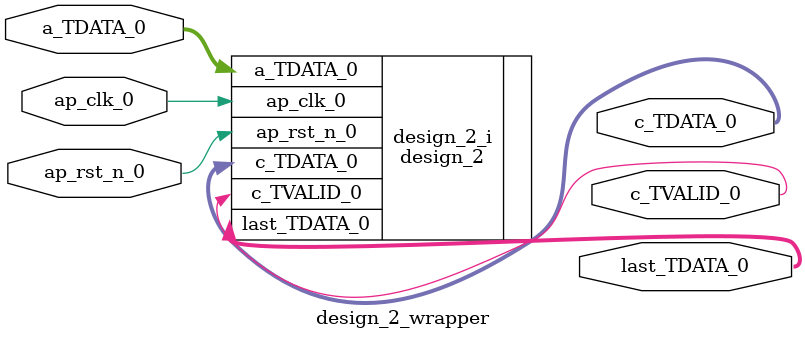
<source format=v>
`timescale 1 ps / 1 ps

module design_2_wrapper
   (a_TDATA_0,
    ap_clk_0,
    ap_rst_n_0,
    c_TDATA_0,
    c_TVALID_0,
    last_TDATA_0);
  input [7:0]a_TDATA_0;
  input ap_clk_0;
  input ap_rst_n_0;
  output [7:0]c_TDATA_0;
  output c_TVALID_0;
  output [7:0]last_TDATA_0;

  wire [7:0]a_TDATA_0;
  wire ap_clk_0;
  wire ap_rst_n_0;
  wire [7:0]c_TDATA_0;
  wire c_TVALID_0;
  wire [7:0]last_TDATA_0;

  design_2 design_2_i
       (.a_TDATA_0(a_TDATA_0),
        .ap_clk_0(ap_clk_0),
        .ap_rst_n_0(ap_rst_n_0),
        .c_TDATA_0(c_TDATA_0),
        .c_TVALID_0(c_TVALID_0),
        .last_TDATA_0(last_TDATA_0));
endmodule

</source>
